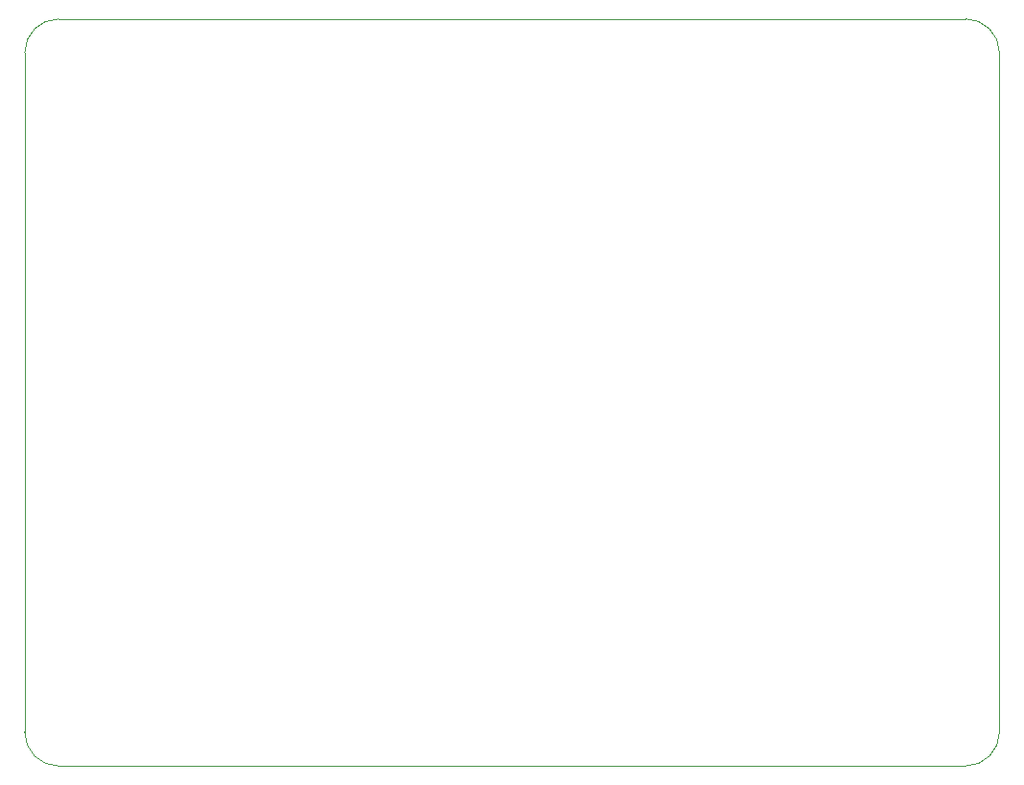
<source format=gbr>
%TF.GenerationSoftware,KiCad,Pcbnew,(5.1.10)-1*%
%TF.CreationDate,2022-04-28T16:13:21+02:00*%
%TF.ProjectId,BSPD-CV_3_0_03RC_B,42535044-2d43-4565-9f33-5f305f303352,rev?*%
%TF.SameCoordinates,Original*%
%TF.FileFunction,Profile,NP*%
%FSLAX46Y46*%
G04 Gerber Fmt 4.6, Leading zero omitted, Abs format (unit mm)*
G04 Created by KiCad (PCBNEW (5.1.10)-1) date 2022-04-28 16:13:21*
%MOMM*%
%LPD*%
G01*
G04 APERTURE LIST*
%TA.AperFunction,Profile*%
%ADD10C,0.050000*%
%TD*%
G04 APERTURE END LIST*
D10*
X233000000Y-161000000D02*
X153000000Y-161000000D01*
X236000000Y-98000000D02*
X236000000Y-158000000D01*
X153000000Y-95000000D02*
X233000000Y-95000000D01*
X150000000Y-158000000D02*
X150000000Y-98000000D01*
X153000000Y-161000000D02*
G75*
G02*
X150000000Y-158000000I0J3000000D01*
G01*
X236000000Y-158000000D02*
G75*
G02*
X233000000Y-161000000I-3000000J0D01*
G01*
X233000000Y-95000000D02*
G75*
G02*
X236000000Y-98000000I0J-3000000D01*
G01*
X150000000Y-98000000D02*
G75*
G02*
X153000000Y-95000000I3000000J0D01*
G01*
M02*

</source>
